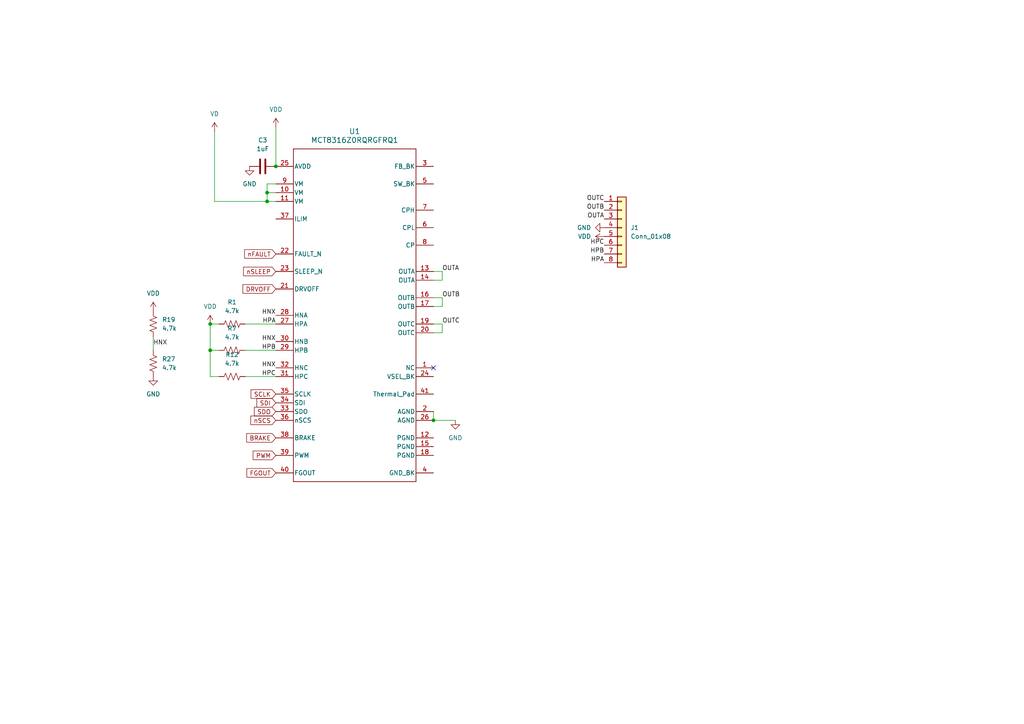
<source format=kicad_sch>
(kicad_sch (version 20231120) (generator "eeschema") (generator_version "8.0")
  (paper "A4")
  (lib_symbols
    (symbol "Connector_Generic:Conn_01x08" (pin_names (offset 1.016) hide)
      (property "Reference" "J" (at 0 10.16 0))
      (property "Value" "Conn_01x08" (at 0 -12.7 0))
      (symbol "Conn_01x08_1_1"
        (rectangle (start -1.27 -10.033) (end 0 -10.287) (stroke (width 0.1524)))
        (rectangle (start -1.27 -7.493) (end 0 -7.747) (stroke (width 0.1524)))
        (rectangle (start -1.27 -4.953) (end 0 -5.207) (stroke (width 0.1524)))
        (rectangle (start -1.27 -2.413) (end 0 -2.667) (stroke (width 0.1524)))
        (rectangle (start -1.27 0.127) (end 0 -0.127) (stroke (width 0.1524)))
        (rectangle (start -1.27 2.667) (end 0 2.413) (stroke (width 0.1524)))
        (rectangle (start -1.27 5.207) (end 0 4.953) (stroke (width 0.1524)))
        (rectangle (start -1.27 7.747) (end 0 7.493) (stroke (width 0.1524)))
        (rectangle (start -1.27 8.89) (end 1.27 -11.43) (stroke (width 0.254)) (fill (type background)))
        (pin passive line (at -5.08 7.62 0) (length 3.81) (name "Pin_1") (number "1"))
        (pin passive line (at -5.08 5.08 0) (length 3.81) (name "Pin_2") (number "2"))
        (pin passive line (at -5.08 2.54 0) (length 3.81) (name "Pin_3") (number "3"))
        (pin passive line (at -5.08 0 0) (length 3.81) (name "Pin_4") (number "4"))
        (pin passive line (at -5.08 -2.54 0) (length 3.81) (name "Pin_5") (number "5"))
        (pin passive line (at -5.08 -5.08 0) (length 3.81) (name "Pin_6") (number "6"))
        (pin passive line (at -5.08 -7.62 0) (length 3.81) (name "Pin_7") (number "7"))
        (pin passive line (at -5.08 -10.16 0) (length 3.81) (name "Pin_8") (number "8"))
      )
    )
    (symbol "Device:C" (pin_numbers hide) (pin_names (offset 0.254))
      (property "Reference" "C" (at 0.635 2.54 0))
      (property "Value" "C" (at 0.635 -2.54 0))
      (symbol "C_0_1"
        (polyline (pts (xy -2.032 -0.762) (xy 2.032 -0.762)) (stroke (width 0.508)))
        (polyline (pts (xy -2.032 0.762) (xy 2.032 0.762)) (stroke (width 0.508)))
      )
      (symbol "C_1_1"
        (pin passive line (at 0 3.81 270) (length 2.794) (name "~") (number "1"))
        (pin passive line (at 0 -3.81 90) (length 2.794) (name "~") (number "2"))
      )
    )
    (symbol "Device:R_US" (pin_numbers hide) (pin_names (offset 0))
      (property "Reference" "R" (at 2.54 0 90))
      (property "Value" "R_US" (at -2.54 0 90))
      (symbol "R_US_0_1"
        (polyline (pts (xy 0 -2.286) (xy 0 -2.54)))
        (polyline (pts (xy 0 2.286) (xy 0 2.54)))
        (polyline (pts (xy 0 -0.762) (xy 1.016 -1.143) (xy 0 -1.524) (xy -1.016 -1.905) (xy 0 -2.286)))
        (polyline (pts (xy 0 0.762) (xy 1.016 0.381) (xy 0 0) (xy -1.016 -0.381) (xy 0 -0.762)))
        (polyline (pts (xy 0 2.286) (xy 1.016 1.905) (xy 0 1.524) (xy -1.016 1.143) (xy 0 0.762)))
      )
      (symbol "R_US_1_1"
        (pin passive line (at 0 3.81 270) (length 1.27) (name "~") (number "1"))
        (pin passive line (at 0 -3.81 90) (length 1.27) (name "~") (number "2"))
      )
    )
    (symbol "power:GND" (power) (pin_names (offset 0))
      (property "Value" "GND" (at 0 -3.81 0))
      (symbol "GND_0_1"
        (polyline (pts (xy 0 0) (xy 0 -1.27) (xy 1.27 -1.27) (xy 0 -2.54) (xy -1.27 -1.27) (xy 0 -1.27)))
      )
      (symbol "GND_1_1"
        (pin power_in line (at 0 0 270) (length 0) hide (name "GND") (number "1"))
      )
    )
    (symbol "power:VD" (power) (pin_names (offset 0))
      (property "Value" "VD" (at 0 3.81 0))
      (symbol "VD_0_1"
        (polyline (pts (xy -0.762 1.27) (xy 0 2.54)))
        (polyline (pts (xy 0 0) (xy 0 2.54)))
        (polyline (pts (xy 0 2.54) (xy 0.762 1.27)))
      )
      (symbol "VD_1_1"
        (pin power_in line (at 0 0 90) (length 0) hide (name "VD") (number "1"))
      )
    )
    (symbol "power:VDD" (power) (pin_names (offset 0))
      (property "Value" "VDD" (at 0 3.81 0))
      (symbol "VDD_0_1"
        (polyline (pts (xy -0.762 1.27) (xy 0 2.54)))
        (polyline (pts (xy 0 0) (xy 0 2.54)))
        (polyline (pts (xy 0 2.54) (xy 0.762 1.27)))
      )
      (symbol "VDD_1_1"
        (pin power_in line (at 0 0 90) (length 0) hide (name "VDD") (number "1"))
      )
    )
    (symbol "ssi_adcs:MCT8316Z0RQRGFRQ1" (pin_names (offset 0.254))
      (property "Reference" "U" (at 0 2.54 0))
      (property "Value" "MCT8316Z0RQRGFRQ1" (at 0 0 0))
      (symbol "MCT8316Z0RQRGFRQ1_0_1"
        (polyline (pts (xy 5.08 -91.44) (xy 40.64 -91.44)) (stroke (width 0.2032)))
        (polyline (pts (xy 5.08 5.08) (xy 5.08 -91.44)) (stroke (width 0.2032)))
        (polyline (pts (xy 40.64 -91.44) (xy 40.64 5.08)) (stroke (width 0.2032)))
        (polyline (pts (xy 40.64 5.08) (xy 5.08 5.08)) (stroke (width 0.2032)))
        (pin unspecified line (at 45.72 -58.42 180) (length 5.08) (name "NC") (number "1"))
        (pin power_in line (at 0 -7.62 0) (length 5.08) (name "VM") (number "10"))
        (pin power_in line (at 0 -10.16 0) (length 5.08) (name "VM") (number "11"))
        (pin power_in line (at 45.72 -78.74 180) (length 5.08) (name "PGND") (number "12"))
        (pin output line (at 45.72 -30.48 180) (length 5.08) (name "OUTA") (number "13"))
        (pin output line (at 45.72 -33.02 180) (length 5.08) (name "OUTA") (number "14"))
        (pin power_in line (at 45.72 -81.28 180) (length 5.08) (name "PGND") (number "15"))
        (pin output line (at 45.72 -38.1 180) (length 5.08) (name "OUTB") (number "16"))
        (pin output line (at 45.72 -40.64 180) (length 5.08) (name "OUTB") (number "17"))
        (pin power_in line (at 45.72 -83.82 180) (length 5.08) (name "PGND") (number "18"))
        (pin output line (at 45.72 -45.72 180) (length 5.08) (name "OUTC") (number "19"))
        (pin power_in line (at 45.72 -71.12 180) (length 5.08) (name "AGND") (number "2"))
        (pin output line (at 45.72 -48.26 180) (length 5.08) (name "OUTC") (number "20"))
        (pin input line (at 0 -35.56 0) (length 5.08) (name "DRVOFF") (number "21"))
        (pin output line (at 0 -25.4 0) (length 5.08) (name "FAULT_N") (number "22"))
        (pin input line (at 0 -30.48 0) (length 5.08) (name "SLEEP_N") (number "23"))
        (pin input line (at 45.72 -60.96 180) (length 5.08) (name "VSEL_BK") (number "24"))
        (pin power_in line (at 0 0 0) (length 5.08) (name "AVDD") (number "25"))
        (pin power_in line (at 45.72 -73.66 180) (length 5.08) (name "AGND") (number "26"))
        (pin input line (at 0 -45.72 0) (length 5.08) (name "HPA") (number "27"))
        (pin input line (at 0 -43.18 0) (length 5.08) (name "HNA") (number "28"))
        (pin input line (at 0 -53.34 0) (length 5.08) (name "HPB") (number "29"))
        (pin power_in line (at 45.72 0 180) (length 5.08) (name "FB_BK") (number "3"))
        (pin input line (at 0 -50.8 0) (length 5.08) (name "HNB") (number "30"))
        (pin input line (at 0 -60.96 0) (length 5.08) (name "HPC") (number "31"))
        (pin input line (at 0 -58.42 0) (length 5.08) (name "HNC") (number "32"))
        (pin input line (at 0 -15.24 0) (length 5.08) (name "ILIM") (number "37"))
        (pin unspecified line (at 0 -78.74 0) (length 5.08) (name "BRAKE") (number "38"))
        (pin unspecified line (at 0 -83.82 0) (length 5.08) (name "PWM") (number "39"))
        (pin power_in line (at 45.72 -88.9 180) (length 5.08) (name "GND_BK") (number "4"))
        (pin output line (at 0 -88.9 0) (length 5.08) (name "FGOUT") (number "40"))
        (pin power_in line (at 45.72 -66.04 180) (length 5.08) (name "Thermal_Pad") (number "41"))
        (pin power_in line (at 45.72 -5.08 180) (length 5.08) (name "SW_BK") (number "5"))
        (pin power_in line (at 45.72 -17.78 180) (length 5.08) (name "CPL") (number "6"))
        (pin power_in line (at 45.72 -12.7 180) (length 5.08) (name "CPH") (number "7"))
        (pin power_in line (at 45.72 -22.86 180) (length 5.08) (name "CP") (number "8"))
        (pin power_in line (at 0 -5.08 0) (length 5.08) (name "VM") (number "9"))
      )
      (symbol "MCT8316Z0RQRGFRQ1_1_1"
        (pin unspecified line (at 0 -71.12 0) (length 5.08) (name "SDO") (number "33"))
        (pin unspecified line (at 0 -68.58 0) (length 5.08) (name "SDI") (number "34"))
        (pin unspecified line (at 0 -66.04 0) (length 5.08) (name "SCLK") (number "35"))
        (pin unspecified line (at 0 -73.66 0) (length 5.08) (name "nSCS") (number "36"))
      )
    )
  )
  (junction (at 80.01 48.26))
  (junction (at 60.96 93.98))
  (junction (at 125.73 121.92))
  (junction (at 77.47 55.88))
  (junction (at 77.47 58.42))
  (junction (at 60.96 101.6))
  (no_connect (at 125.73 106.68))
  (wire (pts (xy 80.01 101.6) (xy 71.12 101.6)))
  (wire (pts (xy 125.73 88.9) (xy 128.27 88.9)))
  (wire (pts (xy 128.27 93.98) (xy 128.27 96.52)))
  (wire (pts (xy 60.96 109.22) (xy 63.5 109.22)))
  (wire (pts (xy 60.96 93.98) (xy 63.5 93.98)))
  (wire (pts (xy 44.45 97.79) (xy 44.45 101.6)))
  (wire (pts (xy 125.73 81.28) (xy 128.27 81.28)))
  (wire (pts (xy 60.96 101.6) (xy 60.96 109.22)))
  (wire (pts (xy 80.01 36.83) (xy 80.01 48.26)))
  (wire (pts (xy 80.01 53.34) (xy 77.47 53.34)))
  (wire (pts (xy 125.73 78.74) (xy 128.27 78.74)))
  (wire (pts (xy 125.73 93.98) (xy 128.27 93.98)))
  (wire (pts (xy 80.01 58.42) (xy 77.47 58.42)))
  (wire (pts (xy 77.47 58.42) (xy 77.47 55.88)))
  (wire (pts (xy 77.47 58.42) (xy 62.23 58.42)))
  (wire (pts (xy 62.23 38.1) (xy 62.23 58.42)))
  (wire (pts (xy 77.47 53.34) (xy 77.47 55.88)))
  (wire (pts (xy 60.96 101.6) (xy 63.5 101.6)))
  (wire (pts (xy 128.27 78.74) (xy 128.27 81.28)))
  (wire (pts (xy 80.01 109.22) (xy 71.12 109.22)))
  (wire (pts (xy 125.73 96.52) (xy 128.27 96.52)))
  (wire (pts (xy 77.47 55.88) (xy 80.01 55.88)))
  (wire (pts (xy 128.27 86.36) (xy 128.27 88.9)))
  (wire (pts (xy 125.73 86.36) (xy 128.27 86.36)))
  (wire (pts (xy 132.08 121.92) (xy 125.73 121.92)))
  (wire (pts (xy 125.73 119.38) (xy 125.73 121.92)))
  (wire (pts (xy 80.01 93.98) (xy 71.12 93.98)))
  (wire (pts (xy 60.96 93.98) (xy 60.96 101.6)))
  (label "HNX" (at 44.45 100.33 0))
  (label "HNX" (at 80.01 106.68 180))
  (label "OUTA" (at 128.27 78.74 0))
  (label "OUTC" (at 128.27 93.98 0))
  (label "HNX" (at 80.01 91.44 180))
  (label "HPC" (at 175.26 71.12 180))
  (label "OUTA" (at 175.26 63.5 180))
  (label "OUTC" (at 175.26 58.42 180))
  (label "OUTB" (at 128.27 86.36 0))
  (label "HPC" (at 80.01 109.22 180))
  (label "HPB" (at 175.26 73.66 180))
  (label "HPA" (at 80.01 93.98 180))
  (label "OUTB" (at 175.26 60.96 180))
  (label "HPA" (at 175.26 76.2 180))
  (label "HNX" (at 80.01 99.06 180))
  (label "HPB" (at 80.01 101.6 180))
  (global_label "FGOUT" (shape input) (at 80.01 137.16 180) (property "Intersheetrefs" "${INTERSHEET_REFS}" (effects (hide yes))))
  (global_label "nFAULT" (shape input) (at 80.01 73.66 180) (property "Intersheetrefs" "${INTERSHEET_REFS}" (effects (hide yes))))
  (global_label "PWM" (shape input) (at 80.01 132.08 180) (property "Intersheetrefs" "${INTERSHEET_REFS}" (effects (hide yes))))
  (global_label "SDI" (shape input) (at 80.01 116.84 180) (property "Intersheetrefs" "${INTERSHEET_REFS}" (effects (hide yes))))
  (global_label "nSLEEP" (shape input) (at 80.01 78.74 180) (property "Intersheetrefs" "${INTERSHEET_REFS}" (effects (hide yes))))
  (global_label "SDO" (shape input) (at 80.01 119.38 180) (property "Intersheetrefs" "${INTERSHEET_REFS}" (effects (hide yes))))
  (global_label "nSCS" (shape input) (at 80.01 121.92 180) (property "Intersheetrefs" "${INTERSHEET_REFS}" (effects (hide yes))))
  (global_label "SCLK" (shape input) (at 80.01 114.3 180) (property "Intersheetrefs" "${INTERSHEET_REFS}" (effects (hide yes))))
  (global_label "BRAKE" (shape input) (at 80.01 127 180) (property "Intersheetrefs" "${INTERSHEET_REFS}" (effects (hide yes))))
  (global_label "DRVOFF" (shape input) (at 80.01 83.82 180) (property "Intersheetrefs" "${INTERSHEET_REFS}" (effects (hide yes))))
  (symbol (lib_id "power:GND") (at 132.08 121.92 0) (unit 1)
    (property "Reference" "#PWR024" (effects (hide yes)))
    (property "Value" "GND" (at 132.08 127 0))
    (property "Description" "Power symbol creates a global label with name \"GND\" , ground" (effects (hide yes)))
    (instances (project "" (path "" (reference "#PWR024") (unit 1)) (path "" (reference "#PWR025") (unit 1)) (path "" (reference "#PWR027") (unit 1)) (path "" (reference "#PWR028") (unit 1))))
  )
  (symbol (lib_id "Device:R_US") (at 67.31 109.22 270) (unit 1)
    (property "Reference" "R12" (at 67.31 102.87 90))
    (property "Value" "4.7k" (at 67.31 105.41 90))
    (property "Description" "Resistor, US symbol" (effects (hide yes)))
    (instances (project "mainboard" (path "" (reference "R12") (unit 1)) (path "" (reference "R16") (unit 1)) (path "" (reference "R17") (unit 1)) (path "" (reference "R18") (unit 1))))
  )
  (symbol (lib_id "Device:C") (at 76.2 48.26 270) (unit 1)
    (property "Reference" "C3" (at 76.2 40.64 90))
    (property "Value" "1uF" (at 76.2 43.18 90))
    (property "Description" "Unpolarized capacitor" (effects (hide yes)))
    (instances (project "" (path "" (reference "C3") (unit 1)) (path "" (reference "C4") (unit 1)) (path "" (reference "C6") (unit 1)) (path "" (reference "C8") (unit 1))))
  )
  (symbol (lib_id "Device:R_US") (at 44.45 105.41 0) (unit 1)
    (property "Reference" "R27" (at 46.99 104.1399 0) (effects (justify left)))
    (property "Value" "4.7k" (at 46.99 106.6799 0) (effects (justify left)))
    (property "Description" "Resistor, US symbol" (effects (hide yes)))
    (instances (project "mainboard" (path "" (reference "R27") (unit 1)) (path "" (reference "R28") (unit 1)) (path "" (reference "R30") (unit 1)) (path "" (reference "R31") (unit 1))))
  )
  (symbol (lib_id "Device:R_US") (at 44.45 93.98 0) (unit 1)
    (property "Reference" "R19" (at 46.99 92.7099 0) (effects (justify left)))
    (property "Value" "4.7k" (at 46.99 95.2499 0) (effects (justify left)))
    (property "Description" "Resistor, US symbol" (effects (hide yes)))
    (instances (project "mainboard" (path "" (reference "R19") (unit 1)) (path "" (reference "R22") (unit 1)) (path "" (reference "R24") (unit 1)) (path "" (reference "R25") (unit 1))))
  )
  (symbol (lib_id "power:VD") (at 62.23 38.1 0) (unit 1)
    (property "Reference" "#PWR049" (effects (hide yes)))
    (property "Value" "VD" (at 62.23 33.02 0))
    (property "Description" "Power symbol creates a global label with name \"VD\"" (effects (hide yes)))
    (instances (project "" (path "" (reference "#PWR049") (unit 1)) (path "" (reference "#PWR050") (unit 1)) (path "" (reference "#PWR051") (unit 1)) (path "" (reference "#PWR052") (unit 1))))
  )
  (symbol (lib_id "Device:R_US") (at 67.31 101.6 270) (unit 1)
    (property "Reference" "R7" (at 67.31 95.25 90))
    (property "Value" "4.7k" (at 67.31 97.79 90))
    (property "Description" "Resistor, US symbol" (effects (hide yes)))
    (instances (project "mainboard" (path "" (reference "R7") (unit 1)) (path "" (reference "R9") (unit 1)) (path "" (reference "R10") (unit 1)) (path "" (reference "R11") (unit 1))))
  )
  (symbol (lib_id "power:GND") (at 72.39 48.26 0) (unit 1)
    (property "Reference" "#PWR020" (effects (hide yes)))
    (property "Value" "GND" (at 72.39 53.34 0))
    (property "Description" "Power symbol creates a global label with name \"GND\" , ground" (effects (hide yes)))
    (instances (project "" (path "" (reference "#PWR020") (unit 1)) (path "" (reference "#PWR021") (unit 1)) (path "" (reference "#PWR022") (unit 1)) (path "" (reference "#PWR023") (unit 1))))
  )
  (symbol (lib_id "Device:R_US") (at 67.31 93.98 270) (unit 1)
    (property "Reference" "R1" (at 67.31 87.63 90))
    (property "Value" "4.7k" (at 67.31 90.17 90))
    (property "Description" "Resistor, US symbol" (effects (hide yes)))
    (instances (project "" (path "" (reference "R1") (unit 1)) (path "" (reference "R2") (unit 1)) (path "" (reference "R5") (unit 1)) (path "" (reference "R6") (unit 1))))
  )
  (symbol (lib_id "power:VDD") (at 175.26 68.58 90) (unit 1)
    (property "Reference" "#PWR029" (effects (hide yes)))
    (property "Value" "VDD" (at 171.45 68.5799 90) (effects (justify left)))
    (property "Description" "Power symbol creates a global label with name \"VDD\"" (effects (hide yes)))
    (instances (project "" (path "" (reference "#PWR029") (unit 1)) (path "" (reference "#PWR030") (unit 1)) (path "" (reference "#PWR031") (unit 1)) (path "" (reference "#PWR032") (unit 1))))
  )
  (symbol (lib_id "power:VDD") (at 60.96 93.98 0) (unit 1)
    (property "Reference" "#PWR033" (effects (hide yes)))
    (property "Value" "VDD" (at 60.96 88.9 0))
    (property "Description" "Power symbol creates a global label with name \"VDD\"" (effects (hide yes)))
    (instances (project "" (path "" (reference "#PWR033") (unit 1)) (path "" (reference "#PWR034") (unit 1)) (path "" (reference "#PWR035") (unit 1)) (path "" (reference "#PWR036") (unit 1))))
  )
  (symbol (lib_id "ssi_adcs:MCT8316Z0RQRGFRQ1") (at 80.01 48.26 0) (unit 1)
    (property "Reference" "U1" (at 102.87 38.1 0) (effects (font (size 1.524 1.524))))
    (property "Value" "MCT8316Z0RQRGFRQ1" (at 102.87 40.64 0) (effects (font (size 1.524 1.524))))
    (property "Footprint" "RGF0040E-IPC_A" (effects (hide yes)))
    (property "Datasheet" "MCT8316Z0RQRGFRQ1" (effects (hide yes)))
    (instances (project "" (path "" (reference "U1") (unit 1)) (path "" (reference "U6") (unit 1)) (path "" (reference "U8") (unit 1)) (path "" (reference "U9") (unit 1))))
  )
  (symbol (lib_id "power:VDD") (at 44.45 90.17 0) (unit 1)
    (property "Reference" "#PWR041" (effects (hide yes)))
    (property "Value" "VDD" (at 44.45 85.09 0))
    (property "Description" "Power symbol creates a global label with name \"VDD\"" (effects (hide yes)))
    (instances (project "" (path "" (reference "#PWR041") (unit 1)) (path "" (reference "#PWR042") (unit 1)) (path "" (reference "#PWR043") (unit 1)) (path "" (reference "#PWR044") (unit 1))))
  )
  (symbol (lib_id "Connector_Generic:Conn_01x08") (at 180.34 66.04 0) (unit 1)
    (property "Reference" "J1" (at 182.88 66.0399 0) (effects (justify left)))
    (property "Value" "Conn_01x08" (at 182.88 68.5799 0) (effects (justify left)))
    (property "Footprint" "ssi_connector:Molex_35362-0850" (effects (hide yes)))
    (property "Description" "Generic connector, single row, 01x08, script generated (kicad-library-utils/schlib/autogen/connector/)" (effects (hide yes)))
    (instances (project "" (path "" (reference "J1") (unit 1)) (path "" (reference "J3") (unit 1)) (path "" (reference "J4") (unit 1)) (path "" (reference "J6") (unit 1))))
  )
  (symbol (lib_id "power:GND") (at 44.45 109.22 0) (unit 1)
    (property "Reference" "#PWR045" (effects (hide yes)))
    (property "Value" "GND" (at 44.45 114.3 0))
    (property "Description" "Power symbol creates a global label with name \"GND\" , ground" (effects (hide yes)))
    (instances (project "" (path "" (reference "#PWR045") (unit 1)) (path "" (reference "#PWR046") (unit 1)) (path "" (reference "#PWR047") (unit 1)) (path "" (reference "#PWR048") (unit 1))))
  )
  (symbol (lib_id "power:GND") (at 175.26 66.04 270) (unit 1)
    (property "Reference" "#PWR012" (effects (hide yes)))
    (property "Value" "GND" (at 171.45 66.0399 90) (effects (justify right)))
    (property "Description" "Power symbol creates a global label with name \"GND\" , ground" (effects (hide yes)))
    (instances (project "" (path "" (reference "#PWR012") (unit 1)) (path "" (reference "#PWR013") (unit 1)) (path "" (reference "#PWR014") (unit 1)) (path "" (reference "#PWR015") (unit 1))))
  )
  (symbol (lib_id "power:VDD") (at 80.01 36.83 0) (unit 1)
    (property "Reference" "#PWR02" (effects (hide yes)))
    (property "Value" "VDD" (at 80.01 31.75 0))
    (property "Description" "Power symbol creates a global label with name \"VDD\"" (effects (hide yes)))
    (instances (project "" (path "" (reference "#PWR02") (unit 1)) (path "" (reference "#PWR04") (unit 1)) (path "" (reference "#PWR07") (unit 1)) (path "" (reference "#PWR08") (unit 1))))
  )
)
</source>
